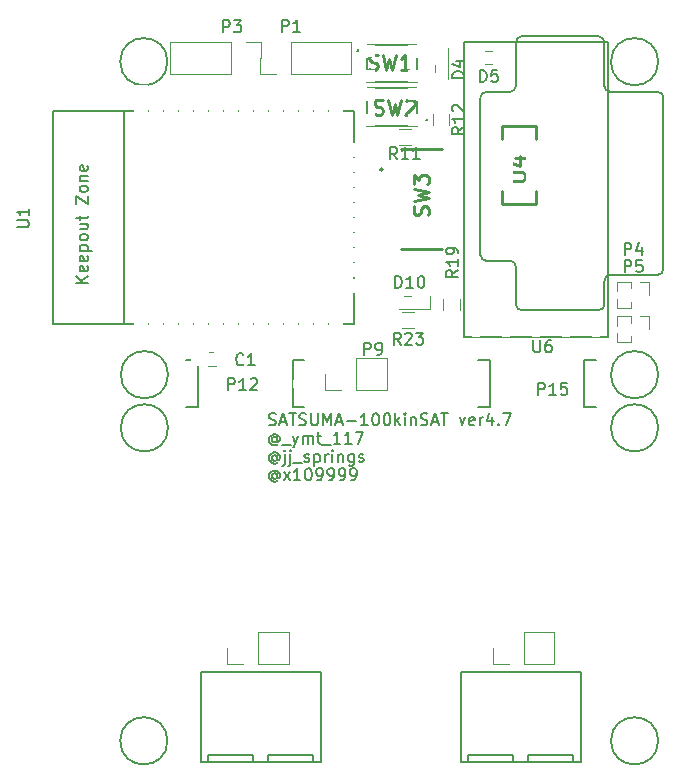
<source format=gto>
G04 #@! TF.FileFunction,Legend,Top*
%FSLAX46Y46*%
G04 Gerber Fmt 4.6, Leading zero omitted, Abs format (unit mm)*
G04 Created by KiCad (PCBNEW 4.0.1-stable) date 2019/02/07 19:56:50*
%MOMM*%
G01*
G04 APERTURE LIST*
%ADD10C,0.100000*%
%ADD11C,0.150000*%
%ADD12C,0.120000*%
%ADD13C,0.200000*%
%ADD14C,0.254000*%
%ADD15C,2.600000*%
%ADD16R,1.600000X1.150000*%
%ADD17R,1.300000X1.600000*%
%ADD18R,1.600000X1.300000*%
%ADD19R,2.100000X2.100000*%
%ADD20O,2.100000X2.100000*%
%ADD21R,1.400000X1.400000*%
%ADD22O,1.400000X1.400000*%
%ADD23C,1.924000*%
%ADD24R,1.450000X1.050000*%
%ADD25R,1.800000X1.600000*%
%ADD26R,1.300000X3.400000*%
%ADD27R,3.400000X1.300000*%
%ADD28R,4.400000X4.400000*%
%ADD29R,1.540000X0.600000*%
G04 APERTURE END LIST*
D10*
D11*
X92290476Y-122479762D02*
X92433333Y-122527381D01*
X92671429Y-122527381D01*
X92766667Y-122479762D01*
X92814286Y-122432143D01*
X92861905Y-122336905D01*
X92861905Y-122241667D01*
X92814286Y-122146429D01*
X92766667Y-122098810D01*
X92671429Y-122051190D01*
X92480952Y-122003571D01*
X92385714Y-121955952D01*
X92338095Y-121908333D01*
X92290476Y-121813095D01*
X92290476Y-121717857D01*
X92338095Y-121622619D01*
X92385714Y-121575000D01*
X92480952Y-121527381D01*
X92719048Y-121527381D01*
X92861905Y-121575000D01*
X93242857Y-122241667D02*
X93719048Y-122241667D01*
X93147619Y-122527381D02*
X93480952Y-121527381D01*
X93814286Y-122527381D01*
X94004762Y-121527381D02*
X94576191Y-121527381D01*
X94290476Y-122527381D02*
X94290476Y-121527381D01*
X94861905Y-122479762D02*
X95004762Y-122527381D01*
X95242858Y-122527381D01*
X95338096Y-122479762D01*
X95385715Y-122432143D01*
X95433334Y-122336905D01*
X95433334Y-122241667D01*
X95385715Y-122146429D01*
X95338096Y-122098810D01*
X95242858Y-122051190D01*
X95052381Y-122003571D01*
X94957143Y-121955952D01*
X94909524Y-121908333D01*
X94861905Y-121813095D01*
X94861905Y-121717857D01*
X94909524Y-121622619D01*
X94957143Y-121575000D01*
X95052381Y-121527381D01*
X95290477Y-121527381D01*
X95433334Y-121575000D01*
X95861905Y-121527381D02*
X95861905Y-122336905D01*
X95909524Y-122432143D01*
X95957143Y-122479762D01*
X96052381Y-122527381D01*
X96242858Y-122527381D01*
X96338096Y-122479762D01*
X96385715Y-122432143D01*
X96433334Y-122336905D01*
X96433334Y-121527381D01*
X96909524Y-122527381D02*
X96909524Y-121527381D01*
X97242858Y-122241667D01*
X97576191Y-121527381D01*
X97576191Y-122527381D01*
X98004762Y-122241667D02*
X98480953Y-122241667D01*
X97909524Y-122527381D02*
X98242857Y-121527381D01*
X98576191Y-122527381D01*
X98909524Y-122146429D02*
X99671429Y-122146429D01*
X100671429Y-122527381D02*
X100100000Y-122527381D01*
X100385714Y-122527381D02*
X100385714Y-121527381D01*
X100290476Y-121670238D01*
X100195238Y-121765476D01*
X100100000Y-121813095D01*
X101290476Y-121527381D02*
X101385715Y-121527381D01*
X101480953Y-121575000D01*
X101528572Y-121622619D01*
X101576191Y-121717857D01*
X101623810Y-121908333D01*
X101623810Y-122146429D01*
X101576191Y-122336905D01*
X101528572Y-122432143D01*
X101480953Y-122479762D01*
X101385715Y-122527381D01*
X101290476Y-122527381D01*
X101195238Y-122479762D01*
X101147619Y-122432143D01*
X101100000Y-122336905D01*
X101052381Y-122146429D01*
X101052381Y-121908333D01*
X101100000Y-121717857D01*
X101147619Y-121622619D01*
X101195238Y-121575000D01*
X101290476Y-121527381D01*
X102242857Y-121527381D02*
X102338096Y-121527381D01*
X102433334Y-121575000D01*
X102480953Y-121622619D01*
X102528572Y-121717857D01*
X102576191Y-121908333D01*
X102576191Y-122146429D01*
X102528572Y-122336905D01*
X102480953Y-122432143D01*
X102433334Y-122479762D01*
X102338096Y-122527381D01*
X102242857Y-122527381D01*
X102147619Y-122479762D01*
X102100000Y-122432143D01*
X102052381Y-122336905D01*
X102004762Y-122146429D01*
X102004762Y-121908333D01*
X102052381Y-121717857D01*
X102100000Y-121622619D01*
X102147619Y-121575000D01*
X102242857Y-121527381D01*
X103004762Y-122527381D02*
X103004762Y-121527381D01*
X103100000Y-122146429D02*
X103385715Y-122527381D01*
X103385715Y-121860714D02*
X103004762Y-122241667D01*
X103814286Y-122527381D02*
X103814286Y-121860714D01*
X103814286Y-121527381D02*
X103766667Y-121575000D01*
X103814286Y-121622619D01*
X103861905Y-121575000D01*
X103814286Y-121527381D01*
X103814286Y-121622619D01*
X104290476Y-121860714D02*
X104290476Y-122527381D01*
X104290476Y-121955952D02*
X104338095Y-121908333D01*
X104433333Y-121860714D01*
X104576191Y-121860714D01*
X104671429Y-121908333D01*
X104719048Y-122003571D01*
X104719048Y-122527381D01*
X105147619Y-122479762D02*
X105290476Y-122527381D01*
X105528572Y-122527381D01*
X105623810Y-122479762D01*
X105671429Y-122432143D01*
X105719048Y-122336905D01*
X105719048Y-122241667D01*
X105671429Y-122146429D01*
X105623810Y-122098810D01*
X105528572Y-122051190D01*
X105338095Y-122003571D01*
X105242857Y-121955952D01*
X105195238Y-121908333D01*
X105147619Y-121813095D01*
X105147619Y-121717857D01*
X105195238Y-121622619D01*
X105242857Y-121575000D01*
X105338095Y-121527381D01*
X105576191Y-121527381D01*
X105719048Y-121575000D01*
X106100000Y-122241667D02*
X106576191Y-122241667D01*
X106004762Y-122527381D02*
X106338095Y-121527381D01*
X106671429Y-122527381D01*
X106861905Y-121527381D02*
X107433334Y-121527381D01*
X107147619Y-122527381D02*
X107147619Y-121527381D01*
X108433334Y-121860714D02*
X108671429Y-122527381D01*
X108909525Y-121860714D01*
X109671430Y-122479762D02*
X109576192Y-122527381D01*
X109385715Y-122527381D01*
X109290477Y-122479762D01*
X109242858Y-122384524D01*
X109242858Y-122003571D01*
X109290477Y-121908333D01*
X109385715Y-121860714D01*
X109576192Y-121860714D01*
X109671430Y-121908333D01*
X109719049Y-122003571D01*
X109719049Y-122098810D01*
X109242858Y-122194048D01*
X110147620Y-122527381D02*
X110147620Y-121860714D01*
X110147620Y-122051190D02*
X110195239Y-121955952D01*
X110242858Y-121908333D01*
X110338096Y-121860714D01*
X110433335Y-121860714D01*
X111195240Y-121860714D02*
X111195240Y-122527381D01*
X110957144Y-121479762D02*
X110719049Y-122194048D01*
X111338097Y-122194048D01*
X111719049Y-122432143D02*
X111766668Y-122479762D01*
X111719049Y-122527381D01*
X111671430Y-122479762D01*
X111719049Y-122432143D01*
X111719049Y-122527381D01*
X112100001Y-121527381D02*
X112766668Y-121527381D01*
X112338096Y-122527381D01*
X92957143Y-123601190D02*
X92909524Y-123553571D01*
X92814286Y-123505952D01*
X92719048Y-123505952D01*
X92623810Y-123553571D01*
X92576190Y-123601190D01*
X92528571Y-123696429D01*
X92528571Y-123791667D01*
X92576190Y-123886905D01*
X92623810Y-123934524D01*
X92719048Y-123982143D01*
X92814286Y-123982143D01*
X92909524Y-123934524D01*
X92957143Y-123886905D01*
X92957143Y-123505952D02*
X92957143Y-123886905D01*
X93004762Y-123934524D01*
X93052381Y-123934524D01*
X93147619Y-123886905D01*
X93195238Y-123791667D01*
X93195238Y-123553571D01*
X93100000Y-123410714D01*
X92957143Y-123315476D01*
X92766667Y-123267857D01*
X92576190Y-123315476D01*
X92433333Y-123410714D01*
X92338095Y-123553571D01*
X92290476Y-123744048D01*
X92338095Y-123934524D01*
X92433333Y-124077381D01*
X92576190Y-124172619D01*
X92766667Y-124220238D01*
X92957143Y-124172619D01*
X93100000Y-124077381D01*
X93385714Y-124172619D02*
X94147619Y-124172619D01*
X94290476Y-123410714D02*
X94528571Y-124077381D01*
X94766667Y-123410714D02*
X94528571Y-124077381D01*
X94433333Y-124315476D01*
X94385714Y-124363095D01*
X94290476Y-124410714D01*
X95147619Y-124077381D02*
X95147619Y-123410714D01*
X95147619Y-123505952D02*
X95195238Y-123458333D01*
X95290476Y-123410714D01*
X95433334Y-123410714D01*
X95528572Y-123458333D01*
X95576191Y-123553571D01*
X95576191Y-124077381D01*
X95576191Y-123553571D02*
X95623810Y-123458333D01*
X95719048Y-123410714D01*
X95861905Y-123410714D01*
X95957143Y-123458333D01*
X96004762Y-123553571D01*
X96004762Y-124077381D01*
X96338095Y-123410714D02*
X96719047Y-123410714D01*
X96480952Y-123077381D02*
X96480952Y-123934524D01*
X96528571Y-124029762D01*
X96623809Y-124077381D01*
X96719047Y-124077381D01*
X96814286Y-124172619D02*
X97576191Y-124172619D01*
X98338096Y-124077381D02*
X97766667Y-124077381D01*
X98052381Y-124077381D02*
X98052381Y-123077381D01*
X97957143Y-123220238D01*
X97861905Y-123315476D01*
X97766667Y-123363095D01*
X99290477Y-124077381D02*
X98719048Y-124077381D01*
X99004762Y-124077381D02*
X99004762Y-123077381D01*
X98909524Y-123220238D01*
X98814286Y-123315476D01*
X98719048Y-123363095D01*
X99623810Y-123077381D02*
X100290477Y-123077381D01*
X99861905Y-124077381D01*
X92957143Y-125151190D02*
X92909524Y-125103571D01*
X92814286Y-125055952D01*
X92719048Y-125055952D01*
X92623810Y-125103571D01*
X92576190Y-125151190D01*
X92528571Y-125246429D01*
X92528571Y-125341667D01*
X92576190Y-125436905D01*
X92623810Y-125484524D01*
X92719048Y-125532143D01*
X92814286Y-125532143D01*
X92909524Y-125484524D01*
X92957143Y-125436905D01*
X92957143Y-125055952D02*
X92957143Y-125436905D01*
X93004762Y-125484524D01*
X93052381Y-125484524D01*
X93147619Y-125436905D01*
X93195238Y-125341667D01*
X93195238Y-125103571D01*
X93100000Y-124960714D01*
X92957143Y-124865476D01*
X92766667Y-124817857D01*
X92576190Y-124865476D01*
X92433333Y-124960714D01*
X92338095Y-125103571D01*
X92290476Y-125294048D01*
X92338095Y-125484524D01*
X92433333Y-125627381D01*
X92576190Y-125722619D01*
X92766667Y-125770238D01*
X92957143Y-125722619D01*
X93100000Y-125627381D01*
X93623809Y-124960714D02*
X93623809Y-125817857D01*
X93576190Y-125913095D01*
X93480952Y-125960714D01*
X93433333Y-125960714D01*
X93623809Y-124627381D02*
X93576190Y-124675000D01*
X93623809Y-124722619D01*
X93671428Y-124675000D01*
X93623809Y-124627381D01*
X93623809Y-124722619D01*
X94099999Y-124960714D02*
X94099999Y-125817857D01*
X94052380Y-125913095D01*
X93957142Y-125960714D01*
X93909523Y-125960714D01*
X94099999Y-124627381D02*
X94052380Y-124675000D01*
X94099999Y-124722619D01*
X94147618Y-124675000D01*
X94099999Y-124627381D01*
X94099999Y-124722619D01*
X94338094Y-125722619D02*
X95099999Y-125722619D01*
X95290475Y-125579762D02*
X95385713Y-125627381D01*
X95576189Y-125627381D01*
X95671428Y-125579762D01*
X95719047Y-125484524D01*
X95719047Y-125436905D01*
X95671428Y-125341667D01*
X95576189Y-125294048D01*
X95433332Y-125294048D01*
X95338094Y-125246429D01*
X95290475Y-125151190D01*
X95290475Y-125103571D01*
X95338094Y-125008333D01*
X95433332Y-124960714D01*
X95576189Y-124960714D01*
X95671428Y-125008333D01*
X96147618Y-124960714D02*
X96147618Y-125960714D01*
X96147618Y-125008333D02*
X96242856Y-124960714D01*
X96433333Y-124960714D01*
X96528571Y-125008333D01*
X96576190Y-125055952D01*
X96623809Y-125151190D01*
X96623809Y-125436905D01*
X96576190Y-125532143D01*
X96528571Y-125579762D01*
X96433333Y-125627381D01*
X96242856Y-125627381D01*
X96147618Y-125579762D01*
X97052380Y-125627381D02*
X97052380Y-124960714D01*
X97052380Y-125151190D02*
X97099999Y-125055952D01*
X97147618Y-125008333D01*
X97242856Y-124960714D01*
X97338095Y-124960714D01*
X97671428Y-125627381D02*
X97671428Y-124960714D01*
X97671428Y-124627381D02*
X97623809Y-124675000D01*
X97671428Y-124722619D01*
X97719047Y-124675000D01*
X97671428Y-124627381D01*
X97671428Y-124722619D01*
X98147618Y-124960714D02*
X98147618Y-125627381D01*
X98147618Y-125055952D02*
X98195237Y-125008333D01*
X98290475Y-124960714D01*
X98433333Y-124960714D01*
X98528571Y-125008333D01*
X98576190Y-125103571D01*
X98576190Y-125627381D01*
X99480952Y-124960714D02*
X99480952Y-125770238D01*
X99433333Y-125865476D01*
X99385714Y-125913095D01*
X99290475Y-125960714D01*
X99147618Y-125960714D01*
X99052380Y-125913095D01*
X99480952Y-125579762D02*
X99385714Y-125627381D01*
X99195237Y-125627381D01*
X99099999Y-125579762D01*
X99052380Y-125532143D01*
X99004761Y-125436905D01*
X99004761Y-125151190D01*
X99052380Y-125055952D01*
X99099999Y-125008333D01*
X99195237Y-124960714D01*
X99385714Y-124960714D01*
X99480952Y-125008333D01*
X99909523Y-125579762D02*
X100004761Y-125627381D01*
X100195237Y-125627381D01*
X100290476Y-125579762D01*
X100338095Y-125484524D01*
X100338095Y-125436905D01*
X100290476Y-125341667D01*
X100195237Y-125294048D01*
X100052380Y-125294048D01*
X99957142Y-125246429D01*
X99909523Y-125151190D01*
X99909523Y-125103571D01*
X99957142Y-125008333D01*
X100052380Y-124960714D01*
X100195237Y-124960714D01*
X100290476Y-125008333D01*
X92957143Y-126701190D02*
X92909524Y-126653571D01*
X92814286Y-126605952D01*
X92719048Y-126605952D01*
X92623810Y-126653571D01*
X92576190Y-126701190D01*
X92528571Y-126796429D01*
X92528571Y-126891667D01*
X92576190Y-126986905D01*
X92623810Y-127034524D01*
X92719048Y-127082143D01*
X92814286Y-127082143D01*
X92909524Y-127034524D01*
X92957143Y-126986905D01*
X92957143Y-126605952D02*
X92957143Y-126986905D01*
X93004762Y-127034524D01*
X93052381Y-127034524D01*
X93147619Y-126986905D01*
X93195238Y-126891667D01*
X93195238Y-126653571D01*
X93100000Y-126510714D01*
X92957143Y-126415476D01*
X92766667Y-126367857D01*
X92576190Y-126415476D01*
X92433333Y-126510714D01*
X92338095Y-126653571D01*
X92290476Y-126844048D01*
X92338095Y-127034524D01*
X92433333Y-127177381D01*
X92576190Y-127272619D01*
X92766667Y-127320238D01*
X92957143Y-127272619D01*
X93100000Y-127177381D01*
X93528571Y-127177381D02*
X94052381Y-126510714D01*
X93528571Y-126510714D02*
X94052381Y-127177381D01*
X94957143Y-127177381D02*
X94385714Y-127177381D01*
X94671428Y-127177381D02*
X94671428Y-126177381D01*
X94576190Y-126320238D01*
X94480952Y-126415476D01*
X94385714Y-126463095D01*
X95576190Y-126177381D02*
X95671429Y-126177381D01*
X95766667Y-126225000D01*
X95814286Y-126272619D01*
X95861905Y-126367857D01*
X95909524Y-126558333D01*
X95909524Y-126796429D01*
X95861905Y-126986905D01*
X95814286Y-127082143D01*
X95766667Y-127129762D01*
X95671429Y-127177381D01*
X95576190Y-127177381D01*
X95480952Y-127129762D01*
X95433333Y-127082143D01*
X95385714Y-126986905D01*
X95338095Y-126796429D01*
X95338095Y-126558333D01*
X95385714Y-126367857D01*
X95433333Y-126272619D01*
X95480952Y-126225000D01*
X95576190Y-126177381D01*
X96385714Y-127177381D02*
X96576190Y-127177381D01*
X96671429Y-127129762D01*
X96719048Y-127082143D01*
X96814286Y-126939286D01*
X96861905Y-126748810D01*
X96861905Y-126367857D01*
X96814286Y-126272619D01*
X96766667Y-126225000D01*
X96671429Y-126177381D01*
X96480952Y-126177381D01*
X96385714Y-126225000D01*
X96338095Y-126272619D01*
X96290476Y-126367857D01*
X96290476Y-126605952D01*
X96338095Y-126701190D01*
X96385714Y-126748810D01*
X96480952Y-126796429D01*
X96671429Y-126796429D01*
X96766667Y-126748810D01*
X96814286Y-126701190D01*
X96861905Y-126605952D01*
X97338095Y-127177381D02*
X97528571Y-127177381D01*
X97623810Y-127129762D01*
X97671429Y-127082143D01*
X97766667Y-126939286D01*
X97814286Y-126748810D01*
X97814286Y-126367857D01*
X97766667Y-126272619D01*
X97719048Y-126225000D01*
X97623810Y-126177381D01*
X97433333Y-126177381D01*
X97338095Y-126225000D01*
X97290476Y-126272619D01*
X97242857Y-126367857D01*
X97242857Y-126605952D01*
X97290476Y-126701190D01*
X97338095Y-126748810D01*
X97433333Y-126796429D01*
X97623810Y-126796429D01*
X97719048Y-126748810D01*
X97766667Y-126701190D01*
X97814286Y-126605952D01*
X98290476Y-127177381D02*
X98480952Y-127177381D01*
X98576191Y-127129762D01*
X98623810Y-127082143D01*
X98719048Y-126939286D01*
X98766667Y-126748810D01*
X98766667Y-126367857D01*
X98719048Y-126272619D01*
X98671429Y-126225000D01*
X98576191Y-126177381D01*
X98385714Y-126177381D01*
X98290476Y-126225000D01*
X98242857Y-126272619D01*
X98195238Y-126367857D01*
X98195238Y-126605952D01*
X98242857Y-126701190D01*
X98290476Y-126748810D01*
X98385714Y-126796429D01*
X98576191Y-126796429D01*
X98671429Y-126748810D01*
X98719048Y-126701190D01*
X98766667Y-126605952D01*
X99242857Y-127177381D02*
X99433333Y-127177381D01*
X99528572Y-127129762D01*
X99576191Y-127082143D01*
X99671429Y-126939286D01*
X99719048Y-126748810D01*
X99719048Y-126367857D01*
X99671429Y-126272619D01*
X99623810Y-126225000D01*
X99528572Y-126177381D01*
X99338095Y-126177381D01*
X99242857Y-126225000D01*
X99195238Y-126272619D01*
X99147619Y-126367857D01*
X99147619Y-126605952D01*
X99195238Y-126701190D01*
X99242857Y-126748810D01*
X99338095Y-126796429D01*
X99528572Y-126796429D01*
X99623810Y-126748810D01*
X99671429Y-126701190D01*
X99719048Y-126605952D01*
X83700000Y-91750000D02*
G75*
G03X83700000Y-91750000I-2000000J0D01*
G01*
X125250000Y-91750000D02*
G75*
G03X125250000Y-91750000I-2000000J0D01*
G01*
X125250000Y-118250000D02*
G75*
G03X125250000Y-118250000I-2000000J0D01*
G01*
X83750000Y-118250000D02*
G75*
G03X83750000Y-118250000I-2000000J0D01*
G01*
D12*
X87100000Y-116350000D02*
X87800000Y-116350000D01*
X87800000Y-117550000D02*
X87100000Y-117550000D01*
X107450000Y-90600000D02*
X106350000Y-90600000D01*
X106350000Y-90600000D02*
X106350000Y-93200000D01*
X107450000Y-90600000D02*
X107450000Y-93200000D01*
X112700000Y-91950000D02*
X112700000Y-90850000D01*
X112700000Y-90850000D02*
X110100000Y-90850000D01*
X112700000Y-91950000D02*
X110100000Y-91950000D01*
X105900000Y-112650000D02*
X105900000Y-111550000D01*
X105900000Y-111550000D02*
X103300000Y-111550000D01*
X105900000Y-112650000D02*
X103300000Y-112650000D01*
X99280000Y-92760000D02*
X99280000Y-90100000D01*
X94140000Y-92760000D02*
X99280000Y-92760000D01*
X94140000Y-90100000D02*
X99280000Y-90100000D01*
X94140000Y-92760000D02*
X94140000Y-90100000D01*
X92870000Y-92760000D02*
X91540000Y-92760000D01*
X91540000Y-92760000D02*
X91540000Y-91430000D01*
X83920000Y-90100000D02*
X83920000Y-92760000D01*
X89060000Y-90100000D02*
X83920000Y-90100000D01*
X89060000Y-92760000D02*
X83920000Y-92760000D01*
X89060000Y-90100000D02*
X89060000Y-92760000D01*
X90330000Y-90100000D02*
X91660000Y-90100000D01*
X91660000Y-90100000D02*
X91660000Y-91430000D01*
X121735000Y-110390000D02*
X121735000Y-111192470D01*
X121735000Y-111807530D02*
X121735000Y-112610000D01*
X122940000Y-110390000D02*
X121735000Y-110390000D01*
X122940000Y-112610000D02*
X121735000Y-112610000D01*
X122940000Y-110390000D02*
X122940000Y-110936529D01*
X122940000Y-112063471D02*
X122940000Y-112610000D01*
X123700000Y-110390000D02*
X124460000Y-110390000D01*
X124460000Y-110390000D02*
X124460000Y-111500000D01*
X121735000Y-113290000D02*
X121735000Y-114092470D01*
X121735000Y-114707530D02*
X121735000Y-115510000D01*
X122940000Y-113290000D02*
X121735000Y-113290000D01*
X122940000Y-115510000D02*
X121735000Y-115510000D01*
X122940000Y-113290000D02*
X122940000Y-113836529D01*
X122940000Y-114963471D02*
X122940000Y-115510000D01*
X123700000Y-113290000D02*
X124460000Y-113290000D01*
X124460000Y-113290000D02*
X124460000Y-114400000D01*
X102270000Y-119530000D02*
X102270000Y-116870000D01*
X99670000Y-119530000D02*
X102270000Y-119530000D01*
X99670000Y-116870000D02*
X102270000Y-116870000D01*
X99670000Y-119530000D02*
X99670000Y-116870000D01*
X98400000Y-119530000D02*
X97070000Y-119530000D01*
X97070000Y-119530000D02*
X97070000Y-118200000D01*
D11*
X85300000Y-121000000D02*
X86300000Y-121000000D01*
X86300000Y-121000000D02*
X86300000Y-117000000D01*
X86300000Y-117000000D02*
X85300000Y-117000000D01*
X95300000Y-121000000D02*
X94300000Y-121000000D01*
X94300000Y-121000000D02*
X94300000Y-117000000D01*
X94300000Y-117000000D02*
X95300000Y-117000000D01*
X120000000Y-117000000D02*
X119000000Y-117000000D01*
X119000000Y-117000000D02*
X119000000Y-121000000D01*
X119000000Y-121000000D02*
X120000000Y-121000000D01*
X110000000Y-117000000D02*
X111000000Y-117000000D01*
X111000000Y-117000000D02*
X111000000Y-121000000D01*
X111000000Y-121000000D02*
X110000000Y-121000000D01*
D12*
X103300000Y-97420000D02*
X104300000Y-97420000D01*
X104300000Y-98780000D02*
X103300000Y-98780000D01*
X106220000Y-97150000D02*
X106220000Y-96150000D01*
X107580000Y-96150000D02*
X107580000Y-97150000D01*
X107070000Y-112800000D02*
X107070000Y-111800000D01*
X108430000Y-111800000D02*
X108430000Y-112800000D01*
X103600000Y-112920000D02*
X104600000Y-112920000D01*
X104600000Y-114280000D02*
X103600000Y-114280000D01*
D13*
X100600000Y-90300000D02*
X104800000Y-90300000D01*
X104800000Y-93500000D02*
X100600000Y-93500000D01*
X100600000Y-91400000D02*
X100600000Y-92400000D01*
X104800000Y-91400000D02*
X104800000Y-92400000D01*
D14*
X99847370Y-90811000D02*
G75*
G03X99847370Y-90811000I-53370J0D01*
G01*
D13*
X104800000Y-97200000D02*
X100600000Y-97200000D01*
X100600000Y-94000000D02*
X104800000Y-94000000D01*
X104800000Y-96100000D02*
X104800000Y-95100000D01*
X100600000Y-96100000D02*
X100600000Y-95100000D01*
D14*
X105659370Y-96689000D02*
G75*
G03X105659370Y-96689000I-53370J0D01*
G01*
X103450000Y-99150000D02*
X106950000Y-99150000D01*
X106950000Y-107650000D02*
X103450000Y-107650000D01*
X101904000Y-100883000D02*
G75*
G03X101904000Y-100883000I-84000J0D01*
G01*
D11*
X80000000Y-113950000D02*
X80000000Y-95950000D01*
X99500000Y-113950000D02*
X99500000Y-95950000D01*
X99500000Y-95950000D02*
X74000000Y-95950000D01*
X74000000Y-95950000D02*
X74000000Y-113950000D01*
X74000000Y-113950000D02*
X99500000Y-113950000D01*
X110700000Y-108600000D02*
X112700000Y-108600000D01*
X113200000Y-112300000D02*
X113200000Y-109100000D01*
X120200000Y-112800000D02*
X113700000Y-112800000D01*
X120700000Y-110300000D02*
X120700000Y-112300000D01*
X125200000Y-109800000D02*
X121200000Y-109800000D01*
X125700000Y-94800000D02*
X125700000Y-109300000D01*
X121200000Y-94300000D02*
X125200000Y-94300000D01*
X120700000Y-90100000D02*
X120700000Y-93800000D01*
X113700000Y-89600000D02*
X120200000Y-89600000D01*
X113200000Y-93800000D02*
X113200000Y-90100000D01*
X110700000Y-94300000D02*
X112700000Y-94300000D01*
X110200000Y-108100000D02*
X110200000Y-94800000D01*
X113200000Y-109100000D02*
G75*
G03X112700000Y-108600000I-500000J0D01*
G01*
X112700000Y-94300000D02*
G75*
G03X113200000Y-93800000I0J500000D01*
G01*
X113700000Y-89600000D02*
G75*
G03X113200000Y-90100000I0J-500000D01*
G01*
X121200000Y-109800000D02*
G75*
G03X120700000Y-110300000I0J-500000D01*
G01*
X120700000Y-93800000D02*
G75*
G03X121200000Y-94300000I500000J0D01*
G01*
X120700000Y-90100000D02*
G75*
G03X120200000Y-89600000I-500000J0D01*
G01*
X125700000Y-94800000D02*
G75*
G03X125200000Y-94300000I-500000J0D01*
G01*
X125200000Y-109800000D02*
G75*
G03X125700000Y-109300000I0J500000D01*
G01*
X120200000Y-112800000D02*
G75*
G03X120700000Y-112300000I0J500000D01*
G01*
X113200000Y-112300000D02*
G75*
G03X113700000Y-112800000I500000J0D01*
G01*
X110200000Y-108100000D02*
G75*
G03X110700000Y-108600000I500000J0D01*
G01*
X110700000Y-94300000D02*
G75*
G03X110200000Y-94800000I0J-500000D01*
G01*
D14*
X114940000Y-103800000D02*
X112060000Y-103800000D01*
X112060000Y-97200000D02*
X114940000Y-97200000D01*
X114940000Y-97200000D02*
X114940000Y-98300000D01*
X114940000Y-103800000D02*
X114940000Y-102700000D01*
X112060000Y-97200000D02*
X112060000Y-98300000D01*
X112060000Y-103800000D02*
X112060000Y-102700000D01*
D11*
X120800000Y-90100000D02*
X121000000Y-90100000D01*
X121000000Y-90100000D02*
X121000000Y-115100000D01*
X121000000Y-115100000D02*
X120800000Y-115100000D01*
X108800000Y-115100000D02*
X108800000Y-90100000D01*
X108800000Y-90100000D02*
X120800000Y-90100000D01*
X120800000Y-115100000D02*
X108800000Y-115100000D01*
X125250000Y-122750000D02*
G75*
G03X125250000Y-122750000I-2000000J0D01*
G01*
X125250000Y-149250000D02*
G75*
G03X125250000Y-149250000I-2000000J0D01*
G01*
X83700000Y-149250000D02*
G75*
G03X83700000Y-149250000I-2000000J0D01*
G01*
X83750000Y-122750000D02*
G75*
G03X83750000Y-122750000I-2000000J0D01*
G01*
X92235000Y-151075000D02*
X92235000Y-150440000D01*
X92235000Y-150440000D02*
X96045000Y-150440000D01*
X96045000Y-150440000D02*
X96045000Y-151075000D01*
X87155000Y-151075000D02*
X87155000Y-150440000D01*
X87155000Y-150440000D02*
X90965000Y-150440000D01*
X90965000Y-150440000D02*
X90965000Y-151075000D01*
X86520000Y-147900000D02*
X86520000Y-144090000D01*
X86520000Y-144090000D02*
X86520000Y-143455000D01*
X86520000Y-143455000D02*
X96680000Y-143455000D01*
X96680000Y-143455000D02*
X96680000Y-151075000D01*
X96680000Y-151075000D02*
X86520000Y-151075000D01*
X86520000Y-151075000D02*
X86520000Y-147900000D01*
X114235000Y-151075000D02*
X114235000Y-150440000D01*
X114235000Y-150440000D02*
X118045000Y-150440000D01*
X118045000Y-150440000D02*
X118045000Y-151075000D01*
X109155000Y-151075000D02*
X109155000Y-150440000D01*
X109155000Y-150440000D02*
X112965000Y-150440000D01*
X112965000Y-150440000D02*
X112965000Y-151075000D01*
X108520000Y-147900000D02*
X108520000Y-144090000D01*
X108520000Y-144090000D02*
X108520000Y-143455000D01*
X108520000Y-143455000D02*
X118680000Y-143455000D01*
X118680000Y-143455000D02*
X118680000Y-151075000D01*
X118680000Y-151075000D02*
X108520000Y-151075000D01*
X108520000Y-151075000D02*
X108520000Y-147900000D01*
D12*
X93970000Y-142730000D02*
X93970000Y-140070000D01*
X91370000Y-142730000D02*
X93970000Y-142730000D01*
X91370000Y-140070000D02*
X93970000Y-140070000D01*
X91370000Y-142730000D02*
X91370000Y-140070000D01*
X90100000Y-142730000D02*
X88770000Y-142730000D01*
X88770000Y-142730000D02*
X88770000Y-141400000D01*
X116470000Y-142730000D02*
X116470000Y-140070000D01*
X113870000Y-142730000D02*
X116470000Y-142730000D01*
X113870000Y-140070000D02*
X116470000Y-140070000D01*
X113870000Y-142730000D02*
X113870000Y-140070000D01*
X112600000Y-142730000D02*
X111270000Y-142730000D01*
X111270000Y-142730000D02*
X111270000Y-141400000D01*
D11*
X90133334Y-117357143D02*
X90085715Y-117404762D01*
X89942858Y-117452381D01*
X89847620Y-117452381D01*
X89704762Y-117404762D01*
X89609524Y-117309524D01*
X89561905Y-117214286D01*
X89514286Y-117023810D01*
X89514286Y-116880952D01*
X89561905Y-116690476D01*
X89609524Y-116595238D01*
X89704762Y-116500000D01*
X89847620Y-116452381D01*
X89942858Y-116452381D01*
X90085715Y-116500000D01*
X90133334Y-116547619D01*
X91085715Y-117452381D02*
X90514286Y-117452381D01*
X90800000Y-117452381D02*
X90800000Y-116452381D01*
X90704762Y-116595238D01*
X90609524Y-116690476D01*
X90514286Y-116738095D01*
X108802381Y-93138095D02*
X107802381Y-93138095D01*
X107802381Y-92900000D01*
X107850000Y-92757142D01*
X107945238Y-92661904D01*
X108040476Y-92614285D01*
X108230952Y-92566666D01*
X108373810Y-92566666D01*
X108564286Y-92614285D01*
X108659524Y-92661904D01*
X108754762Y-92757142D01*
X108802381Y-92900000D01*
X108802381Y-93138095D01*
X108135714Y-91709523D02*
X108802381Y-91709523D01*
X107754762Y-91947619D02*
X108469048Y-92185714D01*
X108469048Y-91566666D01*
X110161905Y-93452381D02*
X110161905Y-92452381D01*
X110400000Y-92452381D01*
X110542858Y-92500000D01*
X110638096Y-92595238D01*
X110685715Y-92690476D01*
X110733334Y-92880952D01*
X110733334Y-93023810D01*
X110685715Y-93214286D01*
X110638096Y-93309524D01*
X110542858Y-93404762D01*
X110400000Y-93452381D01*
X110161905Y-93452381D01*
X111638096Y-92452381D02*
X111161905Y-92452381D01*
X111114286Y-92928571D01*
X111161905Y-92880952D01*
X111257143Y-92833333D01*
X111495239Y-92833333D01*
X111590477Y-92880952D01*
X111638096Y-92928571D01*
X111685715Y-93023810D01*
X111685715Y-93261905D01*
X111638096Y-93357143D01*
X111590477Y-93404762D01*
X111495239Y-93452381D01*
X111257143Y-93452381D01*
X111161905Y-93404762D01*
X111114286Y-93357143D01*
X102985714Y-110902381D02*
X102985714Y-109902381D01*
X103223809Y-109902381D01*
X103366667Y-109950000D01*
X103461905Y-110045238D01*
X103509524Y-110140476D01*
X103557143Y-110330952D01*
X103557143Y-110473810D01*
X103509524Y-110664286D01*
X103461905Y-110759524D01*
X103366667Y-110854762D01*
X103223809Y-110902381D01*
X102985714Y-110902381D01*
X104509524Y-110902381D02*
X103938095Y-110902381D01*
X104223809Y-110902381D02*
X104223809Y-109902381D01*
X104128571Y-110045238D01*
X104033333Y-110140476D01*
X103938095Y-110188095D01*
X105128571Y-109902381D02*
X105223810Y-109902381D01*
X105319048Y-109950000D01*
X105366667Y-109997619D01*
X105414286Y-110092857D01*
X105461905Y-110283333D01*
X105461905Y-110521429D01*
X105414286Y-110711905D01*
X105366667Y-110807143D01*
X105319048Y-110854762D01*
X105223810Y-110902381D01*
X105128571Y-110902381D01*
X105033333Y-110854762D01*
X104985714Y-110807143D01*
X104938095Y-110711905D01*
X104890476Y-110521429D01*
X104890476Y-110283333D01*
X104938095Y-110092857D01*
X104985714Y-109997619D01*
X105033333Y-109950000D01*
X105128571Y-109902381D01*
X93411905Y-89202381D02*
X93411905Y-88202381D01*
X93792858Y-88202381D01*
X93888096Y-88250000D01*
X93935715Y-88297619D01*
X93983334Y-88392857D01*
X93983334Y-88535714D01*
X93935715Y-88630952D01*
X93888096Y-88678571D01*
X93792858Y-88726190D01*
X93411905Y-88726190D01*
X94935715Y-89202381D02*
X94364286Y-89202381D01*
X94650000Y-89202381D02*
X94650000Y-88202381D01*
X94554762Y-88345238D01*
X94459524Y-88440476D01*
X94364286Y-88488095D01*
X88411905Y-89252381D02*
X88411905Y-88252381D01*
X88792858Y-88252381D01*
X88888096Y-88300000D01*
X88935715Y-88347619D01*
X88983334Y-88442857D01*
X88983334Y-88585714D01*
X88935715Y-88680952D01*
X88888096Y-88728571D01*
X88792858Y-88776190D01*
X88411905Y-88776190D01*
X89316667Y-88252381D02*
X89935715Y-88252381D01*
X89602381Y-88633333D01*
X89745239Y-88633333D01*
X89840477Y-88680952D01*
X89888096Y-88728571D01*
X89935715Y-88823810D01*
X89935715Y-89061905D01*
X89888096Y-89157143D01*
X89840477Y-89204762D01*
X89745239Y-89252381D01*
X89459524Y-89252381D01*
X89364286Y-89204762D01*
X89316667Y-89157143D01*
X122411905Y-108102381D02*
X122411905Y-107102381D01*
X122792858Y-107102381D01*
X122888096Y-107150000D01*
X122935715Y-107197619D01*
X122983334Y-107292857D01*
X122983334Y-107435714D01*
X122935715Y-107530952D01*
X122888096Y-107578571D01*
X122792858Y-107626190D01*
X122411905Y-107626190D01*
X123840477Y-107435714D02*
X123840477Y-108102381D01*
X123602381Y-107054762D02*
X123364286Y-107769048D01*
X123983334Y-107769048D01*
X122411905Y-109552381D02*
X122411905Y-108552381D01*
X122792858Y-108552381D01*
X122888096Y-108600000D01*
X122935715Y-108647619D01*
X122983334Y-108742857D01*
X122983334Y-108885714D01*
X122935715Y-108980952D01*
X122888096Y-109028571D01*
X122792858Y-109076190D01*
X122411905Y-109076190D01*
X123888096Y-108552381D02*
X123411905Y-108552381D01*
X123364286Y-109028571D01*
X123411905Y-108980952D01*
X123507143Y-108933333D01*
X123745239Y-108933333D01*
X123840477Y-108980952D01*
X123888096Y-109028571D01*
X123935715Y-109123810D01*
X123935715Y-109361905D01*
X123888096Y-109457143D01*
X123840477Y-109504762D01*
X123745239Y-109552381D01*
X123507143Y-109552381D01*
X123411905Y-109504762D01*
X123364286Y-109457143D01*
X100361905Y-116552381D02*
X100361905Y-115552381D01*
X100742858Y-115552381D01*
X100838096Y-115600000D01*
X100885715Y-115647619D01*
X100933334Y-115742857D01*
X100933334Y-115885714D01*
X100885715Y-115980952D01*
X100838096Y-116028571D01*
X100742858Y-116076190D01*
X100361905Y-116076190D01*
X101409524Y-116552381D02*
X101600000Y-116552381D01*
X101695239Y-116504762D01*
X101742858Y-116457143D01*
X101838096Y-116314286D01*
X101885715Y-116123810D01*
X101885715Y-115742857D01*
X101838096Y-115647619D01*
X101790477Y-115600000D01*
X101695239Y-115552381D01*
X101504762Y-115552381D01*
X101409524Y-115600000D01*
X101361905Y-115647619D01*
X101314286Y-115742857D01*
X101314286Y-115980952D01*
X101361905Y-116076190D01*
X101409524Y-116123810D01*
X101504762Y-116171429D01*
X101695239Y-116171429D01*
X101790477Y-116123810D01*
X101838096Y-116076190D01*
X101885715Y-115980952D01*
X88835714Y-119552381D02*
X88835714Y-118552381D01*
X89216667Y-118552381D01*
X89311905Y-118600000D01*
X89359524Y-118647619D01*
X89407143Y-118742857D01*
X89407143Y-118885714D01*
X89359524Y-118980952D01*
X89311905Y-119028571D01*
X89216667Y-119076190D01*
X88835714Y-119076190D01*
X90359524Y-119552381D02*
X89788095Y-119552381D01*
X90073809Y-119552381D02*
X90073809Y-118552381D01*
X89978571Y-118695238D01*
X89883333Y-118790476D01*
X89788095Y-118838095D01*
X90740476Y-118647619D02*
X90788095Y-118600000D01*
X90883333Y-118552381D01*
X91121429Y-118552381D01*
X91216667Y-118600000D01*
X91264286Y-118647619D01*
X91311905Y-118742857D01*
X91311905Y-118838095D01*
X91264286Y-118980952D01*
X90692857Y-119552381D01*
X91311905Y-119552381D01*
X115085714Y-119952381D02*
X115085714Y-118952381D01*
X115466667Y-118952381D01*
X115561905Y-119000000D01*
X115609524Y-119047619D01*
X115657143Y-119142857D01*
X115657143Y-119285714D01*
X115609524Y-119380952D01*
X115561905Y-119428571D01*
X115466667Y-119476190D01*
X115085714Y-119476190D01*
X116609524Y-119952381D02*
X116038095Y-119952381D01*
X116323809Y-119952381D02*
X116323809Y-118952381D01*
X116228571Y-119095238D01*
X116133333Y-119190476D01*
X116038095Y-119238095D01*
X117514286Y-118952381D02*
X117038095Y-118952381D01*
X116990476Y-119428571D01*
X117038095Y-119380952D01*
X117133333Y-119333333D01*
X117371429Y-119333333D01*
X117466667Y-119380952D01*
X117514286Y-119428571D01*
X117561905Y-119523810D01*
X117561905Y-119761905D01*
X117514286Y-119857143D01*
X117466667Y-119904762D01*
X117371429Y-119952381D01*
X117133333Y-119952381D01*
X117038095Y-119904762D01*
X116990476Y-119857143D01*
X103157143Y-100002381D02*
X102823809Y-99526190D01*
X102585714Y-100002381D02*
X102585714Y-99002381D01*
X102966667Y-99002381D01*
X103061905Y-99050000D01*
X103109524Y-99097619D01*
X103157143Y-99192857D01*
X103157143Y-99335714D01*
X103109524Y-99430952D01*
X103061905Y-99478571D01*
X102966667Y-99526190D01*
X102585714Y-99526190D01*
X104109524Y-100002381D02*
X103538095Y-100002381D01*
X103823809Y-100002381D02*
X103823809Y-99002381D01*
X103728571Y-99145238D01*
X103633333Y-99240476D01*
X103538095Y-99288095D01*
X105061905Y-100002381D02*
X104490476Y-100002381D01*
X104776190Y-100002381D02*
X104776190Y-99002381D01*
X104680952Y-99145238D01*
X104585714Y-99240476D01*
X104490476Y-99288095D01*
X108802381Y-97292857D02*
X108326190Y-97626191D01*
X108802381Y-97864286D02*
X107802381Y-97864286D01*
X107802381Y-97483333D01*
X107850000Y-97388095D01*
X107897619Y-97340476D01*
X107992857Y-97292857D01*
X108135714Y-97292857D01*
X108230952Y-97340476D01*
X108278571Y-97388095D01*
X108326190Y-97483333D01*
X108326190Y-97864286D01*
X108802381Y-96340476D02*
X108802381Y-96911905D01*
X108802381Y-96626191D02*
X107802381Y-96626191D01*
X107945238Y-96721429D01*
X108040476Y-96816667D01*
X108088095Y-96911905D01*
X107897619Y-95959524D02*
X107850000Y-95911905D01*
X107802381Y-95816667D01*
X107802381Y-95578571D01*
X107850000Y-95483333D01*
X107897619Y-95435714D01*
X107992857Y-95388095D01*
X108088095Y-95388095D01*
X108230952Y-95435714D01*
X108802381Y-96007143D01*
X108802381Y-95388095D01*
X108302381Y-109392857D02*
X107826190Y-109726191D01*
X108302381Y-109964286D02*
X107302381Y-109964286D01*
X107302381Y-109583333D01*
X107350000Y-109488095D01*
X107397619Y-109440476D01*
X107492857Y-109392857D01*
X107635714Y-109392857D01*
X107730952Y-109440476D01*
X107778571Y-109488095D01*
X107826190Y-109583333D01*
X107826190Y-109964286D01*
X108302381Y-108440476D02*
X108302381Y-109011905D01*
X108302381Y-108726191D02*
X107302381Y-108726191D01*
X107445238Y-108821429D01*
X107540476Y-108916667D01*
X107588095Y-109011905D01*
X108302381Y-107964286D02*
X108302381Y-107773810D01*
X108254762Y-107678571D01*
X108207143Y-107630952D01*
X108064286Y-107535714D01*
X107873810Y-107488095D01*
X107492857Y-107488095D01*
X107397619Y-107535714D01*
X107350000Y-107583333D01*
X107302381Y-107678571D01*
X107302381Y-107869048D01*
X107350000Y-107964286D01*
X107397619Y-108011905D01*
X107492857Y-108059524D01*
X107730952Y-108059524D01*
X107826190Y-108011905D01*
X107873810Y-107964286D01*
X107921429Y-107869048D01*
X107921429Y-107678571D01*
X107873810Y-107583333D01*
X107826190Y-107535714D01*
X107730952Y-107488095D01*
X103457143Y-115702381D02*
X103123809Y-115226190D01*
X102885714Y-115702381D02*
X102885714Y-114702381D01*
X103266667Y-114702381D01*
X103361905Y-114750000D01*
X103409524Y-114797619D01*
X103457143Y-114892857D01*
X103457143Y-115035714D01*
X103409524Y-115130952D01*
X103361905Y-115178571D01*
X103266667Y-115226190D01*
X102885714Y-115226190D01*
X103838095Y-114797619D02*
X103885714Y-114750000D01*
X103980952Y-114702381D01*
X104219048Y-114702381D01*
X104314286Y-114750000D01*
X104361905Y-114797619D01*
X104409524Y-114892857D01*
X104409524Y-114988095D01*
X104361905Y-115130952D01*
X103790476Y-115702381D01*
X104409524Y-115702381D01*
X104742857Y-114702381D02*
X105361905Y-114702381D01*
X105028571Y-115083333D01*
X105171429Y-115083333D01*
X105266667Y-115130952D01*
X105314286Y-115178571D01*
X105361905Y-115273810D01*
X105361905Y-115511905D01*
X105314286Y-115607143D01*
X105266667Y-115654762D01*
X105171429Y-115702381D01*
X104885714Y-115702381D01*
X104790476Y-115654762D01*
X104742857Y-115607143D01*
D14*
X100773337Y-92363348D02*
X100954765Y-92423824D01*
X101257146Y-92423824D01*
X101378099Y-92363348D01*
X101438575Y-92302871D01*
X101499051Y-92181919D01*
X101499051Y-92060967D01*
X101438575Y-91940014D01*
X101378099Y-91879538D01*
X101257146Y-91819062D01*
X101015242Y-91758586D01*
X100894289Y-91698110D01*
X100833813Y-91637633D01*
X100773337Y-91516681D01*
X100773337Y-91395729D01*
X100833813Y-91274776D01*
X100894289Y-91214300D01*
X101015242Y-91153824D01*
X101317622Y-91153824D01*
X101499051Y-91214300D01*
X101922385Y-91153824D02*
X102224766Y-92423824D01*
X102466670Y-91516681D01*
X102708575Y-92423824D01*
X103010956Y-91153824D01*
X104160004Y-92423824D02*
X103434290Y-92423824D01*
X103797147Y-92423824D02*
X103797147Y-91153824D01*
X103676195Y-91335252D01*
X103555242Y-91456205D01*
X103434290Y-91516681D01*
X101239997Y-96164748D02*
X101421425Y-96225224D01*
X101723806Y-96225224D01*
X101844759Y-96164748D01*
X101905235Y-96104271D01*
X101965711Y-95983319D01*
X101965711Y-95862367D01*
X101905235Y-95741414D01*
X101844759Y-95680938D01*
X101723806Y-95620462D01*
X101481902Y-95559986D01*
X101360949Y-95499510D01*
X101300473Y-95439033D01*
X101239997Y-95318081D01*
X101239997Y-95197129D01*
X101300473Y-95076176D01*
X101360949Y-95015700D01*
X101481902Y-94955224D01*
X101784282Y-94955224D01*
X101965711Y-95015700D01*
X102389045Y-94955224D02*
X102691426Y-96225224D01*
X102933330Y-95318081D01*
X103175235Y-96225224D01*
X103477616Y-94955224D01*
X103900950Y-95076176D02*
X103961426Y-95015700D01*
X104082378Y-94955224D01*
X104384759Y-94955224D01*
X104505712Y-95015700D01*
X104566188Y-95076176D01*
X104626664Y-95197129D01*
X104626664Y-95318081D01*
X104566188Y-95499510D01*
X103840474Y-96225224D01*
X104626664Y-96225224D01*
X105747048Y-104729333D02*
X105807524Y-104547905D01*
X105807524Y-104245524D01*
X105747048Y-104124571D01*
X105686571Y-104064095D01*
X105565619Y-104003619D01*
X105444667Y-104003619D01*
X105323714Y-104064095D01*
X105263238Y-104124571D01*
X105202762Y-104245524D01*
X105142286Y-104487428D01*
X105081810Y-104608381D01*
X105021333Y-104668857D01*
X104900381Y-104729333D01*
X104779429Y-104729333D01*
X104658476Y-104668857D01*
X104598000Y-104608381D01*
X104537524Y-104487428D01*
X104537524Y-104185048D01*
X104598000Y-104003619D01*
X104537524Y-103580285D02*
X105807524Y-103277904D01*
X104900381Y-103036000D01*
X105807524Y-102794095D01*
X104537524Y-102491714D01*
X104537524Y-102128856D02*
X104537524Y-101342666D01*
X105021333Y-101765999D01*
X105021333Y-101584571D01*
X105081810Y-101463618D01*
X105142286Y-101403142D01*
X105263238Y-101342666D01*
X105565619Y-101342666D01*
X105686571Y-101403142D01*
X105747048Y-101463618D01*
X105807524Y-101584571D01*
X105807524Y-101947428D01*
X105747048Y-102068380D01*
X105686571Y-102128856D01*
D11*
X70972381Y-105761905D02*
X71781905Y-105761905D01*
X71877143Y-105714286D01*
X71924762Y-105666667D01*
X71972381Y-105571429D01*
X71972381Y-105380952D01*
X71924762Y-105285714D01*
X71877143Y-105238095D01*
X71781905Y-105190476D01*
X70972381Y-105190476D01*
X71972381Y-104190476D02*
X71972381Y-104761905D01*
X71972381Y-104476191D02*
X70972381Y-104476191D01*
X71115238Y-104571429D01*
X71210476Y-104666667D01*
X71258095Y-104761905D01*
X76952381Y-110452382D02*
X75952381Y-110452382D01*
X76952381Y-109880953D02*
X76380952Y-110309525D01*
X75952381Y-109880953D02*
X76523810Y-110452382D01*
X76904762Y-109071429D02*
X76952381Y-109166667D01*
X76952381Y-109357144D01*
X76904762Y-109452382D01*
X76809524Y-109500001D01*
X76428571Y-109500001D01*
X76333333Y-109452382D01*
X76285714Y-109357144D01*
X76285714Y-109166667D01*
X76333333Y-109071429D01*
X76428571Y-109023810D01*
X76523810Y-109023810D01*
X76619048Y-109500001D01*
X76904762Y-108214286D02*
X76952381Y-108309524D01*
X76952381Y-108500001D01*
X76904762Y-108595239D01*
X76809524Y-108642858D01*
X76428571Y-108642858D01*
X76333333Y-108595239D01*
X76285714Y-108500001D01*
X76285714Y-108309524D01*
X76333333Y-108214286D01*
X76428571Y-108166667D01*
X76523810Y-108166667D01*
X76619048Y-108642858D01*
X76285714Y-107738096D02*
X77285714Y-107738096D01*
X76333333Y-107738096D02*
X76285714Y-107642858D01*
X76285714Y-107452381D01*
X76333333Y-107357143D01*
X76380952Y-107309524D01*
X76476190Y-107261905D01*
X76761905Y-107261905D01*
X76857143Y-107309524D01*
X76904762Y-107357143D01*
X76952381Y-107452381D01*
X76952381Y-107642858D01*
X76904762Y-107738096D01*
X76952381Y-106690477D02*
X76904762Y-106785715D01*
X76857143Y-106833334D01*
X76761905Y-106880953D01*
X76476190Y-106880953D01*
X76380952Y-106833334D01*
X76333333Y-106785715D01*
X76285714Y-106690477D01*
X76285714Y-106547619D01*
X76333333Y-106452381D01*
X76380952Y-106404762D01*
X76476190Y-106357143D01*
X76761905Y-106357143D01*
X76857143Y-106404762D01*
X76904762Y-106452381D01*
X76952381Y-106547619D01*
X76952381Y-106690477D01*
X76285714Y-105500000D02*
X76952381Y-105500000D01*
X76285714Y-105928572D02*
X76809524Y-105928572D01*
X76904762Y-105880953D01*
X76952381Y-105785715D01*
X76952381Y-105642857D01*
X76904762Y-105547619D01*
X76857143Y-105500000D01*
X76285714Y-105166667D02*
X76285714Y-104785715D01*
X75952381Y-105023810D02*
X76809524Y-105023810D01*
X76904762Y-104976191D01*
X76952381Y-104880953D01*
X76952381Y-104785715D01*
X75952381Y-103785714D02*
X75952381Y-103119047D01*
X76952381Y-103785714D01*
X76952381Y-103119047D01*
X76952381Y-102595238D02*
X76904762Y-102690476D01*
X76857143Y-102738095D01*
X76761905Y-102785714D01*
X76476190Y-102785714D01*
X76380952Y-102738095D01*
X76333333Y-102690476D01*
X76285714Y-102595238D01*
X76285714Y-102452380D01*
X76333333Y-102357142D01*
X76380952Y-102309523D01*
X76476190Y-102261904D01*
X76761905Y-102261904D01*
X76857143Y-102309523D01*
X76904762Y-102357142D01*
X76952381Y-102452380D01*
X76952381Y-102595238D01*
X76285714Y-101833333D02*
X76952381Y-101833333D01*
X76380952Y-101833333D02*
X76333333Y-101785714D01*
X76285714Y-101690476D01*
X76285714Y-101547618D01*
X76333333Y-101452380D01*
X76428571Y-101404761D01*
X76952381Y-101404761D01*
X76904762Y-100547618D02*
X76952381Y-100642856D01*
X76952381Y-100833333D01*
X76904762Y-100928571D01*
X76809524Y-100976190D01*
X76428571Y-100976190D01*
X76333333Y-100928571D01*
X76285714Y-100833333D01*
X76285714Y-100642856D01*
X76333333Y-100547618D01*
X76428571Y-100499999D01*
X76523810Y-100499999D01*
X76619048Y-100976190D01*
D14*
X112717524Y-101809619D02*
X113745619Y-101809619D01*
X113866571Y-101749143D01*
X113927048Y-101688667D01*
X113987524Y-101567714D01*
X113987524Y-101325810D01*
X113927048Y-101204857D01*
X113866571Y-101144381D01*
X113745619Y-101083905D01*
X112717524Y-101083905D01*
X113140857Y-99934857D02*
X113987524Y-99934857D01*
X112657048Y-100237238D02*
X113564190Y-100539619D01*
X113564190Y-99753429D01*
D11*
X114688095Y-115352381D02*
X114688095Y-116161905D01*
X114735714Y-116257143D01*
X114783333Y-116304762D01*
X114878571Y-116352381D01*
X115069048Y-116352381D01*
X115164286Y-116304762D01*
X115211905Y-116257143D01*
X115259524Y-116161905D01*
X115259524Y-115352381D01*
X116164286Y-115352381D02*
X115973809Y-115352381D01*
X115878571Y-115400000D01*
X115830952Y-115447619D01*
X115735714Y-115590476D01*
X115688095Y-115780952D01*
X115688095Y-116161905D01*
X115735714Y-116257143D01*
X115783333Y-116304762D01*
X115878571Y-116352381D01*
X116069048Y-116352381D01*
X116164286Y-116304762D01*
X116211905Y-116257143D01*
X116259524Y-116161905D01*
X116259524Y-115923810D01*
X116211905Y-115828571D01*
X116164286Y-115780952D01*
X116069048Y-115733333D01*
X115878571Y-115733333D01*
X115783333Y-115780952D01*
X115735714Y-115828571D01*
X115688095Y-115923810D01*
%LPC*%
D15*
X81700000Y-91750000D03*
X123250000Y-91750000D03*
X123250000Y-118250000D03*
X81750000Y-118250000D03*
D16*
X86500000Y-116950000D03*
X88400000Y-116950000D03*
D17*
X106900000Y-91300000D03*
X106900000Y-93500000D03*
D18*
X112000000Y-91400000D03*
X109800000Y-91400000D03*
X105200000Y-112100000D03*
X103000000Y-112100000D03*
D19*
X92870000Y-91430000D03*
D20*
X95410000Y-91430000D03*
X97950000Y-91430000D03*
D19*
X90330000Y-91430000D03*
D20*
X87790000Y-91430000D03*
X85250000Y-91430000D03*
D21*
X123700000Y-111500000D03*
D22*
X122430000Y-111500000D03*
D21*
X123700000Y-114400000D03*
D22*
X122430000Y-114400000D03*
D19*
X98400000Y-118200000D03*
D20*
X100940000Y-118200000D03*
D23*
X95300000Y-119000000D03*
X85300000Y-119000000D03*
X110000000Y-119000000D03*
X120000000Y-119000000D03*
D18*
X104900000Y-98100000D03*
X102700000Y-98100000D03*
D17*
X106900000Y-95550000D03*
X106900000Y-97750000D03*
X107750000Y-111200000D03*
X107750000Y-113400000D03*
D18*
X105200000Y-113600000D03*
X103000000Y-113600000D03*
D24*
X100625000Y-90825000D03*
X104775000Y-90825000D03*
X100625000Y-92975000D03*
X104775000Y-92975000D03*
X104775000Y-96675000D03*
X100625000Y-96675000D03*
X104775000Y-94525000D03*
X100625000Y-94525000D03*
D25*
X103000000Y-100900000D03*
X103000000Y-103400000D03*
X103000000Y-105900000D03*
X107400000Y-100900000D03*
X107400000Y-103400000D03*
X107400000Y-105900000D03*
D26*
X81500000Y-114500000D03*
X82770000Y-114500000D03*
X84040000Y-114500000D03*
X85310000Y-114500000D03*
X86580000Y-114500000D03*
X87850000Y-114500000D03*
X89120000Y-114500000D03*
X90390000Y-114500000D03*
X91660000Y-114500000D03*
X92930000Y-114500000D03*
X94200000Y-114500000D03*
X95470000Y-114500000D03*
X96740000Y-114500000D03*
X98010000Y-114500000D03*
D27*
X100000000Y-110700000D03*
X99950000Y-109420000D03*
X99950000Y-108150000D03*
X99950000Y-106880000D03*
X99950000Y-105610000D03*
X99950000Y-104340000D03*
X99950000Y-103070000D03*
X99950000Y-101800000D03*
X99950000Y-100530000D03*
X99950000Y-99260000D03*
D26*
X98010000Y-95450000D03*
X96740000Y-95450000D03*
X95470000Y-95450000D03*
X94200000Y-95450000D03*
X92930000Y-95450000D03*
X91660000Y-95450000D03*
X90390000Y-95450000D03*
X89120000Y-95450000D03*
X87850000Y-95450000D03*
X86580000Y-95450000D03*
X85310000Y-95450000D03*
X84040000Y-95450000D03*
X82770000Y-95450000D03*
X81500000Y-95450000D03*
D28*
X90200000Y-105650000D03*
D29*
X114820000Y-102300000D03*
X112180000Y-102300000D03*
X114820000Y-101900000D03*
X112180000Y-101900000D03*
X114820000Y-101500000D03*
X112180000Y-101500000D03*
X114820000Y-101100000D03*
X112180000Y-101100000D03*
X114820000Y-100700000D03*
X112180000Y-100700000D03*
X114820000Y-100300000D03*
X112180000Y-100300000D03*
X114820000Y-99900000D03*
X112180000Y-99900000D03*
X114820000Y-99500000D03*
X112180000Y-99500000D03*
X114820000Y-99100000D03*
X112180000Y-99100000D03*
X114820000Y-98700000D03*
X112180000Y-98700000D03*
D23*
X109800000Y-114100000D03*
X112340000Y-114100000D03*
X114880000Y-114100000D03*
X117420000Y-114100000D03*
X119960000Y-114100000D03*
D15*
X123250000Y-122750000D03*
X123250000Y-149250000D03*
X81700000Y-149250000D03*
X81750000Y-122750000D03*
D23*
X89060000Y-147900000D03*
X94140000Y-147900000D03*
X111060000Y-147900000D03*
X116140000Y-147900000D03*
D19*
X90100000Y-141400000D03*
D20*
X92640000Y-141400000D03*
D19*
X112600000Y-141400000D03*
D20*
X115140000Y-141400000D03*
M02*

</source>
